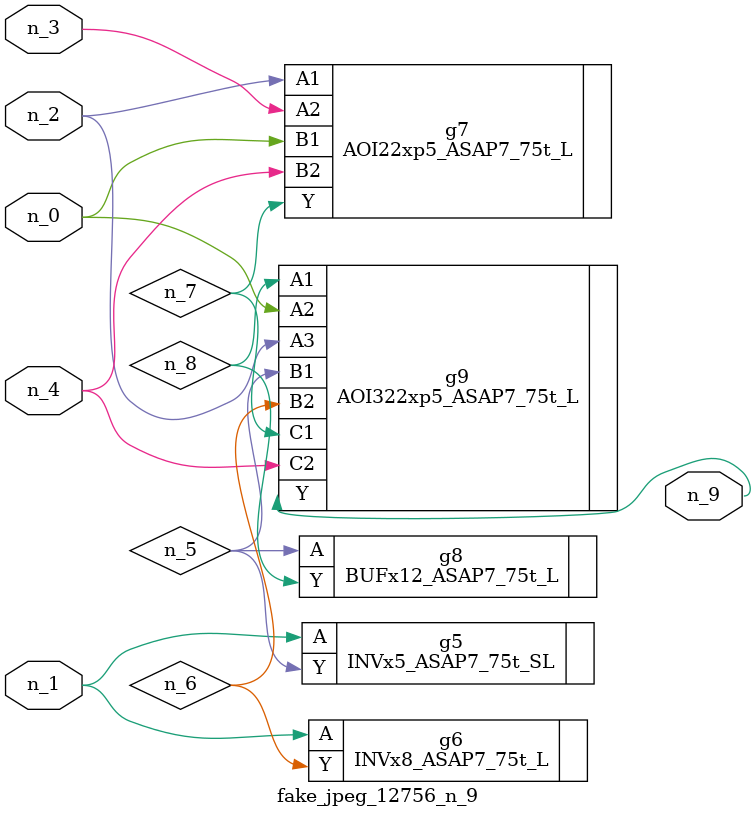
<source format=v>
module fake_jpeg_12756_n_9 (n_3, n_2, n_1, n_0, n_4, n_9);

input n_3;
input n_2;
input n_1;
input n_0;
input n_4;

output n_9;

wire n_8;
wire n_6;
wire n_5;
wire n_7;

INVx5_ASAP7_75t_SL g5 ( 
.A(n_1),
.Y(n_5)
);

INVx8_ASAP7_75t_L g6 ( 
.A(n_1),
.Y(n_6)
);

AOI22xp5_ASAP7_75t_L g7 ( 
.A1(n_2),
.A2(n_3),
.B1(n_0),
.B2(n_4),
.Y(n_7)
);

BUFx12_ASAP7_75t_L g8 ( 
.A(n_5),
.Y(n_8)
);

AOI322xp5_ASAP7_75t_L g9 ( 
.A1(n_8),
.A2(n_0),
.A3(n_2),
.B1(n_5),
.B2(n_6),
.C1(n_7),
.C2(n_4),
.Y(n_9)
);


endmodule
</source>
